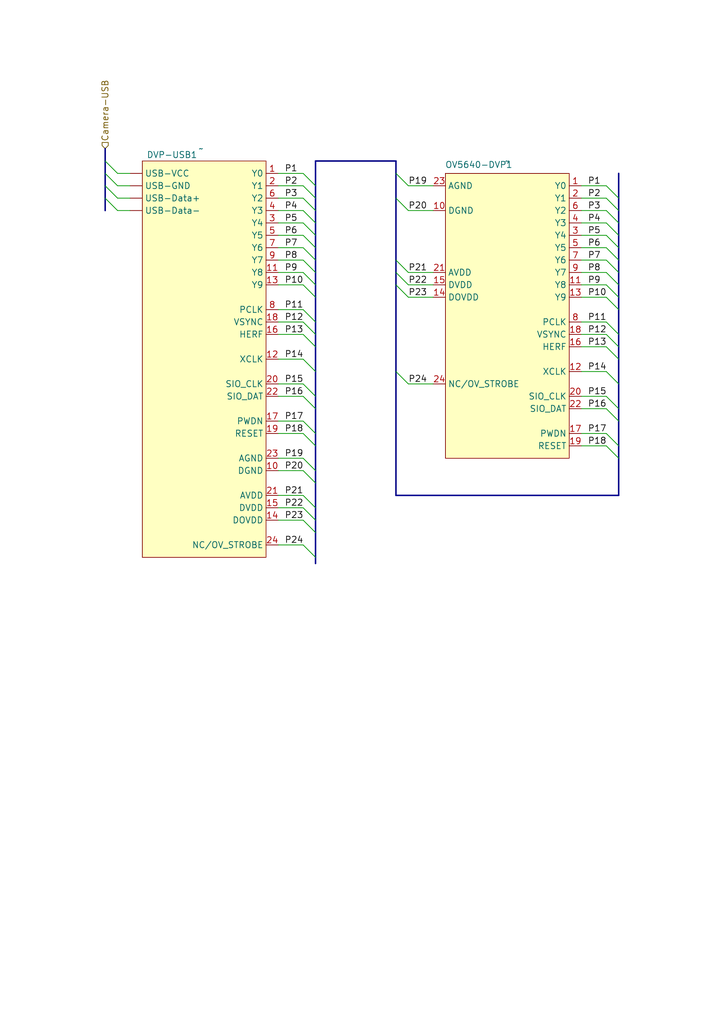
<source format=kicad_sch>
(kicad_sch (version 20250114) (generator "eeschema") (generator_version "9.0")
  (paper "A5" portrait)
  (title_block (title "World Navigation Hat") (date "2025-11-13") (rev "1.0") (company "University of San Agustin") (comment 1 "Daywan, Vince Ginno B. ") (comment 2 "ChenLin Wang") (comment 3 "Pabito, Ethel Herna C.") (comment 4 "D’Souza, Jason C"))
  (lib_symbols
    (symbol "4xxx:OV5640-SCCB"
      (property "Reference" "OV5640-SCCB" (at -6.35 30.48 0))
      (symbol "OV5640-SCCB_0_0"
        (pin output line (at -15.24 26.67 0) (length 2.54) (name "AGND") (number "23"))
        (pin output line (at -15.24 8.89 0) (length 2.54) (name "AVDD") (number "21"))
        (pin output line (at -15.24 6.35 0) (length 2.54) (name "DVDD") (number "15"))
        (pin output line (at -15.24 3.81 0) (length 2.54) (name "DOVDD") (number "14"))
        (pin output line (at 15.24 26.67 180) (length 2.54) (name "Y0") (number "1"))
        (pin output line (at 15.24 24.13 180) (length 2.54) (name "Y1") (number "2"))
        (pin output line (at 15.24 21.59 180) (length 2.54) (name "Y2") (number "6"))
        (pin output line (at 15.24 19.05 180) (length 2.54) (name "Y3") (number "4"))
        (pin output line (at 15.24 16.51 180) (length 2.54) (name "Y4") (number "3"))
        (pin output line (at 15.24 13.97 180) (length 2.54) (name "Y5") (number "5"))
        (pin output line (at 15.24 8.89 180) (length 2.54) (name "Y7") (number "9"))
        (pin output line (at 15.24 6.35 180) (length 2.54) (name "Y8") (number "11"))
        (pin output line (at 15.24 3.81 180) (length 2.54) (name "Y9") (number "13"))
        (pin output line (at 15.24 -1.27 180) (length 2.54) (name "PCLK") (number "8"))
        (pin output line (at 15.24 -3.81 180) (length 2.54) (name "VSYNC") (number "18"))
        (pin output line (at 15.24 -6.35 180) (length 2.54) (name "HERF") (number "16"))
        (pin output line (at 15.24 -11.43 180) (length 2.54) (name "XCLK") (number "12"))
        (pin output line (at 15.24 -16.51 180) (length 2.54) (name "SIO_CLK") (number "20"))
        (pin output line (at 15.24 -19.05 180) (length 2.54) (name "SIO_DAT") (number "22"))
        (pin output line (at 15.24 -24.13 180) (length 2.54) (name "PWDN") (number "17"))
        (pin output line (at 15.24 -26.67 180) (length 2.54) (name "RESET") (number "19"))
      )
      (symbol "OV5640-SCCB_1_0"
        (pin output line (at -15.24 21.59 0) (length 2.54) (name "DGND") (number "10"))
        (pin output line (at -15.24 -13.97 0) (length 2.54) (name "NC/OV_STROBE") (number "24"))
        (pin output line (at 15.24 11.43 180) (length 2.54) (name "Y6") (number "7"))
      )
      (symbol "OV5640-SCCB_1_1"
        (rectangle (start -12.7 29.21) (end 12.7 -29.21) (fill (type background)))
      )
    )
    (symbol "4xxx:SCCB-to-USB"
      (property "Reference" "SCCB-USB" (at -7.366 42.164 0))
      (symbol "SCCB-to-USB_0_0"
        (pin input line (at 15.24 38.1 180) (length 2.54) (name "Y0") (number "1"))
        (pin input line (at 15.24 35.56 180) (length 2.54) (name "Y1") (number "2"))
        (pin input line (at 15.24 33.02 180) (length 2.54) (name "Y2") (number "6"))
        (pin input line (at 15.24 30.48 180) (length 2.54) (name "Y3") (number "4"))
        (pin input line (at 15.24 27.94 180) (length 2.54) (name "Y4") (number "3"))
        (pin input line (at 15.24 25.4 180) (length 2.54) (name "Y5") (number "5"))
        (pin input line (at 15.24 20.32 180) (length 2.54) (name "Y7") (number "9"))
        (pin input line (at 15.24 17.78 180) (length 2.54) (name "Y8") (number "11"))
        (pin input line (at 15.24 15.24 180) (length 2.54) (name "Y9") (number "13"))
        (pin input line (at 15.24 10.16 180) (length 2.54) (name "PCLK") (number "8"))
        (pin input line (at 15.24 7.62 180) (length 2.54) (name "VSYNC") (number "18"))
        (pin input line (at 15.24 5.08 180) (length 2.54) (name "HERF") (number "16"))
        (pin input line (at 15.24 0 180) (length 2.54) (name "XCLK") (number "12"))
        (pin input line (at 15.24 -5.08 180) (length 2.54) (name "SIO_CLK") (number "20"))
        (pin input line (at 15.24 -7.62 180) (length 2.54) (name "SIO_DAT") (number "22"))
        (pin input line (at 15.24 -12.7 180) (length 2.54) (name "PWDN") (number "17"))
        (pin input line (at 15.24 -15.24 180) (length 2.54) (name "RESET") (number "19"))
        (pin input line (at 15.24 -20.32 180) (length 2.54) (name "AGND") (number "23"))
        (pin input line (at 15.24 -27.94 180) (length 2.54) (name "AVDD") (number "21"))
        (pin input line (at 15.24 -30.48 180) (length 2.54) (name "DVDD") (number "15"))
        (pin input line (at 15.24 -33.02 180) (length 2.54) (name "DOVDD") (number "14"))
      )
      (symbol "SCCB-to-USB_1_0"
        (pin output line (at -15.24 38.1 0) (length 2.54) (name "USB-VCC") (number ""))
        (pin output line (at -15.24 35.56 0) (length 2.54) (name "USB-GND") (number ""))
        (pin output line (at -15.24 33.02 0) (length 2.54) (name "USB-Data+") (number ""))
        (pin output line (at -15.24 30.48 0) (length 2.54) (name "USB-Data-") (number ""))
        (pin input line (at 15.24 22.86 180) (length 2.54) (name "Y6") (number "7"))
        (pin input line (at 15.24 -22.86 180) (length 2.54) (name "DGND") (number "10"))
        (pin input line (at 15.24 -38.1 180) (length 2.54) (name "NC/OV_STROBE") (number "24"))
      )
      (symbol "SCCB-to-USB_1_1"
        (rectangle (start -12.7 40.64) (end 12.7 -40.64) (fill (type background)))
      )
    )
  )
  (bus_entry (at 62.23 50.8) (size 2.54 2.54))
  (bus_entry (at 62.23 38.1) (size 2.54 2.54))
  (bus_entry (at 124.46 68.58) (size 2.54 2.54))
  (bus_entry (at 62.23 73.66) (size 2.54 2.54))
  (bus_entry (at 62.23 35.56) (size 2.54 2.54))
  (bus_entry (at 62.23 53.34) (size 2.54 2.54))
  (bus_entry (at 81.28 40.64) (size 2.54 2.54))
  (bus_entry (at 81.28 35.56) (size 2.54 2.54))
  (bus_entry (at 62.23 106.68) (size 2.54 2.54))
  (bus_entry (at 124.46 55.88) (size 2.54 2.54))
  (bus_entry (at 62.23 68.58) (size 2.54 2.54))
  (bus_entry (at 124.46 83.82) (size 2.54 2.54))
  (bus_entry (at 124.46 76.2) (size 2.54 2.54))
  (bus_entry (at 62.23 58.42) (size 2.54 2.54))
  (bus_entry (at 62.23 88.9) (size 2.54 2.54))
  (bus_entry (at 124.46 91.44) (size 2.54 2.54))
  (bus_entry (at 62.23 63.5) (size 2.54 2.54))
  (bus_entry (at 81.28 58.42) (size 2.54 2.54))
  (bus_entry (at 62.23 81.28) (size 2.54 2.54))
  (bus_entry (at 62.23 101.6) (size 2.54 2.54))
  (bus_entry (at 124.46 60.96) (size 2.54 2.54))
  (bus_entry (at 124.46 40.64) (size 2.54 2.54))
  (bus_entry (at 124.46 38.1) (size 2.54 2.54))
  (bus_entry (at 81.28 53.34) (size 2.54 2.54))
  (bus_entry (at 21.59 35.56) (size 2.54 2.54))
  (bus_entry (at 62.23 66.04) (size 2.54 2.54))
  (bus_entry (at 21.59 38.1) (size 2.54 2.54))
  (bus_entry (at 124.46 43.18) (size 2.54 2.54))
  (bus_entry (at 21.59 40.64) (size 2.54 2.54))
  (bus_entry (at 21.59 33.02) (size 2.54 2.54))
  (bus_entry (at 81.28 76.2) (size 2.54 2.54))
  (bus_entry (at 124.46 50.8) (size 2.54 2.54))
  (bus_entry (at 124.46 53.34) (size 2.54 2.54))
  (bus_entry (at 62.23 43.18) (size 2.54 2.54))
  (bus_entry (at 62.23 45.72) (size 2.54 2.54))
  (bus_entry (at 62.23 78.74) (size 2.54 2.54))
  (bus_entry (at 62.23 96.52) (size 2.54 2.54))
  (bus_entry (at 62.23 104.14) (size 2.54 2.54))
  (bus_entry (at 62.23 40.64) (size 2.54 2.54))
  (bus_entry (at 124.46 45.72) (size 2.54 2.54))
  (bus_entry (at 124.46 71.12) (size 2.54 2.54))
  (bus_entry (at 124.46 58.42) (size 2.54 2.54))
  (bus_entry (at 81.28 55.88) (size 2.54 2.54))
  (bus_entry (at 124.46 88.9) (size 2.54 2.54))
  (bus_entry (at 62.23 48.26) (size 2.54 2.54))
  (bus_entry (at 62.23 93.98) (size 2.54 2.54))
  (bus_entry (at 62.23 55.88) (size 2.54 2.54))
  (bus_entry (at 62.23 86.36) (size 2.54 2.54))
  (bus_entry (at 124.46 48.26) (size 2.54 2.54))
  (bus_entry (at 62.23 111.76) (size 2.54 2.54))
  (bus_entry (at 124.46 66.04) (size 2.54 2.54))
  (bus_entry (at 124.46 81.28) (size 2.54 2.54))
  (wire (pts (xy 57.15 81.28) (xy 62.23 81.28)))
  (bus (pts (xy 127 101.6) (xy 81.28 101.6)))
  (wire (pts (xy 24.13 43.18) (xy 26.67 43.18)))
  (wire (pts (xy 57.15 96.52) (xy 62.23 96.52)))
  (wire (pts (xy 57.15 53.34) (xy 62.23 53.34)))
  (bus (pts (xy 81.28 33.02) (xy 81.28 35.56)))
  (wire (pts (xy 119.38 83.82) (xy 124.46 83.82)))
  (bus (pts (xy 127 48.26) (xy 127 50.8)))
  (wire (pts (xy 119.38 40.64) (xy 124.46 40.64)))
  (bus (pts (xy 64.77 88.9) (xy 64.77 91.44)))
  (bus (pts (xy 64.77 71.12) (xy 64.77 76.2)))
  (bus (pts (xy 64.77 83.82) (xy 64.77 88.9)))
  (bus (pts (xy 64.77 33.02) (xy 64.77 38.1)))
  (wire (pts (xy 57.15 73.66) (xy 62.23 73.66)))
  (wire (pts (xy 57.15 48.26) (xy 62.23 48.26)))
  (bus (pts (xy 64.77 58.42) (xy 64.77 60.96)))
  (bus (pts (xy 127 58.42) (xy 127 60.96)))
  (bus (pts (xy 64.77 33.02) (xy 81.28 33.02)))
  (wire (pts (xy 83.82 55.88) (xy 88.9 55.88)))
  (wire (pts (xy 57.15 55.88) (xy 62.23 55.88)))
  (bus (pts (xy 127 73.66) (xy 127 78.74)))
  (wire (pts (xy 24.13 38.1) (xy 26.67 38.1)))
  (wire (pts (xy 83.82 60.96) (xy 88.9 60.96)))
  (bus (pts (xy 64.77 40.64) (xy 64.77 43.18)))
  (bus (pts (xy 127 71.12) (xy 127 73.66)))
  (wire (pts (xy 83.82 58.42) (xy 88.9 58.42)))
  (wire (pts (xy 57.15 104.14) (xy 62.23 104.14)))
  (bus (pts (xy 64.77 50.8) (xy 64.77 53.34)))
  (wire (pts (xy 119.38 55.88) (xy 124.46 55.88)))
  (wire (pts (xy 57.15 40.64) (xy 62.23 40.64)))
  (wire (pts (xy 57.15 111.76) (xy 62.23 111.76)))
  (bus (pts (xy 64.77 38.1) (xy 64.77 40.64)))
  (wire (pts (xy 57.15 68.58) (xy 62.23 68.58)))
  (wire (pts (xy 119.38 48.26) (xy 124.46 48.26)))
  (wire (pts (xy 119.38 88.9) (xy 124.46 88.9)))
  (wire (pts (xy 119.38 91.44) (xy 124.46 91.44)))
  (wire (pts (xy 24.13 35.56) (xy 26.67 35.56)))
  (wire (pts (xy 83.82 38.1) (xy 88.9 38.1)))
  (bus (pts (xy 64.77 66.04) (xy 64.77 68.58)))
  (bus (pts (xy 21.59 43.18) (xy 21.59 40.64)))
  (bus (pts (xy 21.59 38.1) (xy 21.59 35.56)))
  (bus (pts (xy 81.28 76.2) (xy 81.28 101.6)))
  (bus (pts (xy 81.28 55.88) (xy 81.28 58.42)))
  (bus (pts (xy 64.77 109.22) (xy 64.77 114.3)))
  (bus (pts (xy 127 68.58) (xy 127 71.12)))
  (bus (pts (xy 127 86.36) (xy 127 91.44)))
  (bus (pts (xy 127 45.72) (xy 127 48.26)))
  (wire (pts (xy 119.38 71.12) (xy 124.46 71.12)))
  (bus (pts (xy 127 60.96) (xy 127 63.5)))
  (bus (pts (xy 64.77 53.34) (xy 64.77 55.88)))
  (bus (pts (xy 127 55.88) (xy 127 58.42)))
  (wire (pts (xy 57.15 63.5) (xy 62.23 63.5)))
  (wire (pts (xy 119.38 76.2) (xy 124.46 76.2)))
  (bus (pts (xy 64.77 91.44) (xy 64.77 96.52)))
  (bus (pts (xy 81.28 40.64) (xy 81.28 53.34)))
  (bus (pts (xy 64.77 96.52) (xy 64.77 99.06)))
  (bus (pts (xy 64.77 81.28) (xy 64.77 83.82)))
  (bus (pts (xy 127 50.8) (xy 127 53.34)))
  (bus (pts (xy 81.28 35.56) (xy 81.28 40.64)))
  (wire (pts (xy 57.15 88.9) (xy 62.23 88.9)))
  (bus (pts (xy 64.77 43.18) (xy 64.77 45.72)))
  (bus (pts (xy 127 93.98) (xy 127 101.6)))
  (wire (pts (xy 57.15 78.74) (xy 62.23 78.74)))
  (wire (pts (xy 83.82 78.74) (xy 88.9 78.74)))
  (wire (pts (xy 119.38 43.18) (xy 124.46 43.18)))
  (wire (pts (xy 24.13 40.64) (xy 26.67 40.64)))
  (wire (pts (xy 57.15 50.8) (xy 62.23 50.8)))
  (bus (pts (xy 127 53.34) (xy 127 55.88)))
  (bus (pts (xy 127 63.5) (xy 127 68.58)))
  (bus (pts (xy 21.59 40.64) (xy 21.59 38.1)))
  (wire (pts (xy 119.38 66.04) (xy 124.46 66.04)))
  (bus (pts (xy 64.77 76.2) (xy 64.77 81.28)))
  (wire (pts (xy 83.82 43.18) (xy 88.9 43.18)))
  (bus (pts (xy 64.77 45.72) (xy 64.77 48.26)))
  (wire (pts (xy 119.38 45.72) (xy 124.46 45.72)))
  (bus (pts (xy 127 40.64) (xy 127 43.18)))
  (wire (pts (xy 119.38 58.42) (xy 124.46 58.42)))
  (bus (pts (xy 64.77 60.96) (xy 64.77 66.04)))
  (wire (pts (xy 57.15 86.36) (xy 62.23 86.36)))
  (wire (pts (xy 57.15 66.04) (xy 62.23 66.04)))
  (bus (pts (xy 64.77 114.3) (xy 64.77 115.57)))
  (wire (pts (xy 57.15 101.6) (xy 62.23 101.6)))
  (bus (pts (xy 127 35.56) (xy 127 40.64)))
  (bus (pts (xy 127 43.18) (xy 127 45.72)))
  (wire (pts (xy 57.15 35.56) (xy 62.23 35.56)))
  (wire (pts (xy 57.15 38.1) (xy 62.23 38.1)))
  (wire (pts (xy 119.38 81.28) (xy 124.46 81.28)))
  (bus (pts (xy 21.59 35.56) (xy 21.59 33.02)))
  (bus (pts (xy 127 78.74) (xy 127 83.82)))
  (bus (pts (xy 127 91.44) (xy 127 93.98)))
  (wire (pts (xy 57.15 58.42) (xy 62.23 58.42)))
  (bus (pts (xy 64.77 104.14) (xy 64.77 106.68)))
  (wire (pts (xy 119.38 50.8) (xy 124.46 50.8)))
  (bus (pts (xy 64.77 55.88) (xy 64.77 58.42)))
  (bus (pts (xy 64.77 99.06) (xy 64.77 104.14)))
  (bus (pts (xy 64.77 48.26) (xy 64.77 50.8)))
  (bus (pts (xy 81.28 53.34) (xy 81.28 55.88)))
  (wire (pts (xy 119.38 53.34) (xy 124.46 53.34)))
  (bus (pts (xy 64.77 68.58) (xy 64.77 71.12)))
  (wire (pts (xy 119.38 68.58) (xy 124.46 68.58)))
  (wire (pts (xy 57.15 93.98) (xy 62.23 93.98)))
  (bus (pts (xy 81.28 58.42) (xy 81.28 76.2)))
  (wire (pts (xy 57.15 43.18) (xy 62.23 43.18)))
  (wire (pts (xy 119.38 60.96) (xy 124.46 60.96)))
  (bus (pts (xy 64.77 106.68) (xy 64.77 109.22)))
  (wire (pts (xy 57.15 106.68) (xy 62.23 106.68)))
  (bus (pts (xy 21.59 33.02) (xy 21.59 30.48)))
  (bus (pts (xy 127 83.82) (xy 127 86.36)))
  (wire (pts (xy 119.38 38.1) (xy 124.46 38.1)))
  (wire (pts (xy 57.15 45.72) (xy 62.23 45.72)))
  (label "P3" (at 120.65 43.18 0))
  (label "P2" (at 120.65 40.64 0))
  (label "P1" (at 120.65 38.1 0))
  (label "P6" (at 120.65 50.8 0))
  (label "P7" (at 120.65 53.34 0))
  (label "P8" (at 120.65 55.88 0))
  (label "P9" (at 120.65 58.42 0))
  (label "P10" (at 120.65 60.96 0))
  (label "P5" (at 120.65 48.26 0))
  (label "P4" (at 120.65 45.72 0))
  (label "P17" (at 120.65 88.9 0))
  (label "P18" (at 120.65 91.44 0))
  (label "P15" (at 120.65 81.28 0))
  (label "P16" (at 120.65 83.82 0))
  (label "P13" (at 120.65 71.12 0))
  (label "P14" (at 120.65 76.2 0))
  (label "P12" (at 120.65 68.58 0))
  (label "P11" (at 120.65 66.04 0))
  (label "P20" (at 83.82 43.18 0))
  (label "P19" (at 83.82 38.1 0))
  (label "P24" (at 83.82 78.74 0))
  (label "P23" (at 83.82 60.96 0))
  (label "P22" (at 83.82 58.42 0))
  (label "P21" (at 83.82 55.88 0))
  (label "P10" (at 58.42 58.42 0))
  (label "P11" (at 58.42 63.5 0))
  (label "P12" (at 58.42 66.04 0))
  (label "P13" (at 58.42 68.58 0))
  (label "P14" (at 58.42 73.66 0))
  (label "P15" (at 58.42 78.74 0))
  (label "P16" (at 58.42 81.28 0))
  (label "P17" (at 58.42 86.36 0))
  (label "P18" (at 58.42 88.9 0))
  (label "P19" (at 58.42 93.98 0))
  (label "P20" (at 58.42 96.52 0))
  (label "P21" (at 58.42 101.6 0))
  (label "P22" (at 58.42 104.14 0))
  (label "P23" (at 58.42 106.68 0))
  (label "P24" (at 58.42 111.76 0))
  (label "P3" (at 58.42 40.64 0))
  (label "P4" (at 58.42 43.18 0))
  (label "P5" (at 58.42 45.72 0))
  (label "P1" (at 58.42 35.56 0))
  (label "P2" (at 58.42 38.1 0))
  (label "P6" (at 58.42 48.26 0))
  (label "P7" (at 58.42 50.8 0))
  (label "P8" (at 58.42 53.34 0))
  (label "P9" (at 58.42 55.88 0))
  (hierarchical_label "Camera-USB" (shape input) (at 21.59 30.48 90))
  (symbol (lib_id "4xxx:SCCB-to-USB") (at 41.91 73.66 0) (unit 1)
    (property "Reference" "DVP-USB1" (at 35.306 31.75 0))
    (property "Value" "~" (at 41.275 30.48 0))
    (instances (project "Theses" (path "" (reference "DVP-USB1") (unit 1)) (path "" (reference "DVP-USB2") (unit 1))))
  )
  (symbol (lib_id "4xxx:OV5640-SCCB") (at 104.14 64.77 0) (unit 1)
    (property "Reference" "OV5640-DVP1" (at 98.298 33.782 0))
    (property "Value" "~" (at 104.14 33.02 0))
    (instances (project "Theses" (path "" (reference "OV5640-DVP1") (unit 1)) (path "" (reference "OV5640-DVP2") (unit 1))))
  )
)
</source>
